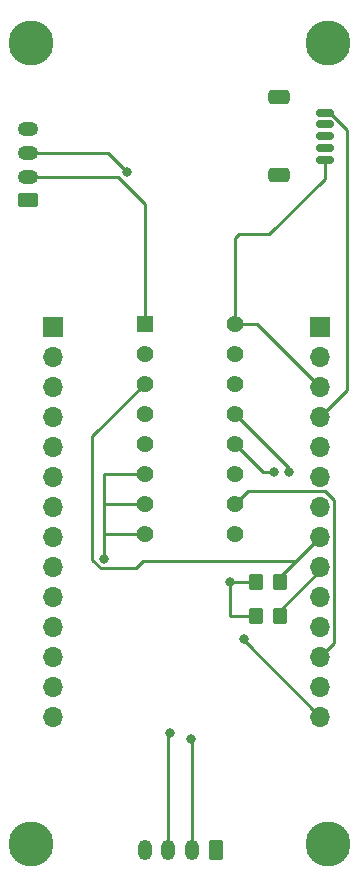
<source format=gbr>
%TF.GenerationSoftware,KiCad,Pcbnew,7.0.2-0*%
%TF.CreationDate,2023-12-19T13:36:21-05:00*%
%TF.ProjectId,Turbidity_v11,54757262-6964-4697-9479-5f7631312e6b,11*%
%TF.SameCoordinates,Original*%
%TF.FileFunction,Copper,L1,Top*%
%TF.FilePolarity,Positive*%
%FSLAX46Y46*%
G04 Gerber Fmt 4.6, Leading zero omitted, Abs format (unit mm)*
G04 Created by KiCad (PCBNEW 7.0.2-0) date 2023-12-19 13:36:21*
%MOMM*%
%LPD*%
G01*
G04 APERTURE LIST*
G04 Aperture macros list*
%AMRoundRect*
0 Rectangle with rounded corners*
0 $1 Rounding radius*
0 $2 $3 $4 $5 $6 $7 $8 $9 X,Y pos of 4 corners*
0 Add a 4 corners polygon primitive as box body*
4,1,4,$2,$3,$4,$5,$6,$7,$8,$9,$2,$3,0*
0 Add four circle primitives for the rounded corners*
1,1,$1+$1,$2,$3*
1,1,$1+$1,$4,$5*
1,1,$1+$1,$6,$7*
1,1,$1+$1,$8,$9*
0 Add four rect primitives between the rounded corners*
20,1,$1+$1,$2,$3,$4,$5,0*
20,1,$1+$1,$4,$5,$6,$7,0*
20,1,$1+$1,$6,$7,$8,$9,0*
20,1,$1+$1,$8,$9,$2,$3,0*%
G04 Aperture macros list end*
%TA.AperFunction,SMDPad,CuDef*%
%ADD10RoundRect,0.250000X0.350000X0.450000X-0.350000X0.450000X-0.350000X-0.450000X0.350000X-0.450000X0*%
%TD*%
%TA.AperFunction,ComponentPad*%
%ADD11C,3.800000*%
%TD*%
%TA.AperFunction,ComponentPad*%
%ADD12R,1.425000X1.425000*%
%TD*%
%TA.AperFunction,ComponentPad*%
%ADD13C,1.425000*%
%TD*%
%TA.AperFunction,ComponentPad*%
%ADD14R,1.700000X1.700000*%
%TD*%
%TA.AperFunction,ComponentPad*%
%ADD15O,1.700000X1.700000*%
%TD*%
%TA.AperFunction,ComponentPad*%
%ADD16RoundRect,0.250000X0.625000X-0.350000X0.625000X0.350000X-0.625000X0.350000X-0.625000X-0.350000X0*%
%TD*%
%TA.AperFunction,ComponentPad*%
%ADD17O,1.750000X1.200000*%
%TD*%
%TA.AperFunction,SMDPad,CuDef*%
%ADD18RoundRect,0.150000X-0.625000X0.150000X-0.625000X-0.150000X0.625000X-0.150000X0.625000X0.150000X0*%
%TD*%
%TA.AperFunction,SMDPad,CuDef*%
%ADD19RoundRect,0.250000X-0.650000X0.350000X-0.650000X-0.350000X0.650000X-0.350000X0.650000X0.350000X0*%
%TD*%
%TA.AperFunction,ComponentPad*%
%ADD20RoundRect,0.250000X0.350000X0.625000X-0.350000X0.625000X-0.350000X-0.625000X0.350000X-0.625000X0*%
%TD*%
%TA.AperFunction,ComponentPad*%
%ADD21O,1.200000X1.750000*%
%TD*%
%TA.AperFunction,ViaPad*%
%ADD22C,0.800000*%
%TD*%
%TA.AperFunction,Conductor*%
%ADD23C,0.250000*%
%TD*%
G04 APERTURE END LIST*
D10*
%TO.P,R1,1*%
%TO.N,/SDA*%
X156051000Y-108585000D03*
%TO.P,R1,2*%
%TO.N,/GND*%
X154051000Y-108585000D03*
%TD*%
D11*
%TO.P,REF\u002A\u002A,1*%
%TO.N,N/C*%
X135001000Y-127889000D03*
%TD*%
D12*
%TO.P,IC1,1,1*%
%TO.N,Net-(J3-Pin_2)*%
X144653000Y-83820000D03*
D13*
%TO.P,IC1,2,2*%
%TO.N,unconnected-(IC1-Pad2)*%
X144653000Y-86360000D03*
%TO.P,IC1,3,3*%
%TO.N,/SCL*%
X144653000Y-88900000D03*
%TO.P,IC1,4,4*%
%TO.N,unconnected-(IC1-Pad4)*%
X144653000Y-91440000D03*
%TO.P,IC1,5,5*%
%TO.N,Net-(J3-Pin_3)*%
X144653000Y-93980000D03*
%TO.P,IC1,6,6*%
%TO.N,/GND*%
X144653000Y-96520000D03*
%TO.P,IC1,7,7*%
X144653000Y-99060000D03*
%TO.P,IC1,8,8*%
X144653000Y-101600000D03*
%TO.P,IC1,9,9*%
%TO.N,/D6*%
X152273000Y-101600000D03*
%TO.P,IC1,10,10*%
%TO.N,/D8*%
X152273000Y-99060000D03*
%TO.P,IC1,11,11*%
%TO.N,unconnected-(IC1-Pad11)*%
X152273000Y-96520000D03*
%TO.P,IC1,12,12*%
%TO.N,Net-(J2-Pin_3)*%
X152273000Y-93980000D03*
%TO.P,IC1,13,13*%
%TO.N,/SDA*%
X152273000Y-91440000D03*
%TO.P,IC1,14,14*%
%TO.N,Net-(J2-Pin_2)*%
X152273000Y-88900000D03*
%TO.P,IC1,15,15*%
%TO.N,unconnected-(IC1-Pad15)*%
X152273000Y-86360000D03*
%TO.P,IC1,16,16*%
%TO.N,/3.3V*%
X152273000Y-83820000D03*
%TD*%
D14*
%TO.P,J4,1,Pin_1*%
%TO.N,unconnected-(J4-Pin_1-Pad1)*%
X159512000Y-84074000D03*
D15*
%TO.P,J4,2,Pin_2*%
%TO.N,unconnected-(J4-Pin_2-Pad2)*%
X159512000Y-86614000D03*
%TO.P,J4,3,Pin_3*%
%TO.N,/3.3V*%
X159512000Y-89154000D03*
%TO.P,J4,4,Pin_4*%
%TO.N,/GND*%
X159512000Y-91694000D03*
%TO.P,J4,5,Pin_5*%
%TO.N,unconnected-(J4-Pin_5-Pad5)*%
X159512000Y-94234000D03*
%TO.P,J4,6,Pin_6*%
%TO.N,unconnected-(J4-Pin_6-Pad6)*%
X159512000Y-96774000D03*
%TO.P,J4,7,Pin_7*%
%TO.N,unconnected-(J4-Pin_7-Pad7)*%
X159512000Y-99314000D03*
%TO.P,J4,8,Pin_8*%
%TO.N,/SCL*%
X159512000Y-101854000D03*
%TO.P,J4,9,Pin_9*%
%TO.N,/SDA*%
X159512000Y-104394000D03*
%TO.P,J4,10,Pin_10*%
%TO.N,unconnected-(J4-Pin_10-Pad10)*%
X159512000Y-106934000D03*
%TO.P,J4,11,Pin_11*%
%TO.N,unconnected-(J4-Pin_11-Pad11)*%
X159512000Y-109474000D03*
%TO.P,J4,12,Pin_12*%
%TO.N,/D8*%
X159512000Y-112014000D03*
%TO.P,J4,13,Pin_13*%
%TO.N,unconnected-(J4-Pin_13-Pad13)*%
X159512000Y-114554000D03*
%TO.P,J4,14,Pin_14*%
%TO.N,/D6*%
X159512000Y-117094000D03*
%TD*%
D11*
%TO.P,REF\u002A\u002A,1*%
%TO.N,N/C*%
X160147000Y-60071000D03*
%TD*%
D16*
%TO.P,J3,1,Pin_1*%
%TO.N,unconnected-(J3-Pin_1-Pad1)*%
X134710000Y-73358000D03*
D17*
%TO.P,J3,2,Pin_2*%
%TO.N,Net-(J3-Pin_2)*%
X134710000Y-71358000D03*
%TO.P,J3,3,Pin_3*%
%TO.N,Net-(J3-Pin_3)*%
X134710000Y-69358000D03*
%TO.P,J3,4,Pin_4*%
%TO.N,unconnected-(J3-Pin_4-Pad4)*%
X134710000Y-67358000D03*
%TD*%
D18*
%TO.P,J1,1,Pin_1*%
%TO.N,/GND*%
X159881800Y-65921600D03*
%TO.P,J1,2,Pin_2*%
%TO.N,unconnected-(J1-Pin_2-Pad2)*%
X159881800Y-66921600D03*
%TO.P,J1,3,Pin_3*%
%TO.N,unconnected-(J1-Pin_3-Pad3)*%
X159881800Y-67921600D03*
%TO.P,J1,4,Pin_4*%
%TO.N,unconnected-(J1-Pin_4-Pad4)*%
X159881800Y-68921600D03*
%TO.P,J1,5,Pin_5*%
%TO.N,/3.3V*%
X159881800Y-69921600D03*
D19*
%TO.P,J1,MP*%
%TO.N,N/C*%
X156006800Y-64621600D03*
X156006800Y-71221600D03*
%TD*%
D11*
%TO.P,REF\u002A\u002A,1*%
%TO.N,N/C*%
X135001000Y-60071000D03*
%TD*%
D20*
%TO.P,J2,1,Pin_1*%
%TO.N,unconnected-(J2-Pin_1-Pad1)*%
X150624800Y-128332400D03*
D21*
%TO.P,J2,2,Pin_2*%
%TO.N,Net-(J2-Pin_2)*%
X148624800Y-128332400D03*
%TO.P,J2,3,Pin_3*%
%TO.N,Net-(J2-Pin_3)*%
X146624800Y-128332400D03*
%TO.P,J2,4,Pin_4*%
%TO.N,unconnected-(J2-Pin_4-Pad4)*%
X144624800Y-128332400D03*
%TD*%
D10*
%TO.P,R2,1*%
%TO.N,/SCL*%
X156083000Y-105664000D03*
%TO.P,R2,2*%
%TO.N,/GND*%
X154083000Y-105664000D03*
%TD*%
D14*
%TO.P,J5,1,Pin_1*%
%TO.N,unconnected-(J5-Pin_1-Pad1)*%
X136906000Y-84074000D03*
D15*
%TO.P,J5,2,Pin_2*%
%TO.N,unconnected-(J5-Pin_2-Pad2)*%
X136906000Y-86614000D03*
%TO.P,J5,3,Pin_3*%
%TO.N,unconnected-(J5-Pin_3-Pad3)*%
X136906000Y-89154000D03*
%TO.P,J5,4,Pin_4*%
%TO.N,unconnected-(J5-Pin_4-Pad4)*%
X136906000Y-91694000D03*
%TO.P,J5,5,Pin_5*%
%TO.N,unconnected-(J5-Pin_5-Pad5)*%
X136906000Y-94234000D03*
%TO.P,J5,6,Pin_6*%
%TO.N,unconnected-(J5-Pin_6-Pad6)*%
X136906000Y-96774000D03*
%TO.P,J5,7,Pin_7*%
%TO.N,unconnected-(J5-Pin_7-Pad7)*%
X136906000Y-99314000D03*
%TO.P,J5,8,Pin_8*%
%TO.N,unconnected-(J5-Pin_8-Pad8)*%
X136906000Y-101854000D03*
%TO.P,J5,9,Pin_9*%
%TO.N,unconnected-(J5-Pin_9-Pad9)*%
X136906000Y-104394000D03*
%TO.P,J5,10,Pin_10*%
%TO.N,unconnected-(J5-Pin_10-Pad10)*%
X136906000Y-106934000D03*
%TO.P,J5,11,Pin_11*%
%TO.N,unconnected-(J5-Pin_11-Pad11)*%
X136906000Y-109474000D03*
%TO.P,J5,12,Pin_12*%
%TO.N,unconnected-(J5-Pin_12-Pad12)*%
X136906000Y-112014000D03*
%TO.P,J5,13,Pin_13*%
%TO.N,unconnected-(J5-Pin_13-Pad13)*%
X136906000Y-114554000D03*
%TO.P,J5,14,Pin_14*%
%TO.N,unconnected-(J5-Pin_14-Pad14)*%
X136906000Y-117094000D03*
%TD*%
D11*
%TO.P,REF\u002A\u002A,1*%
%TO.N,N/C*%
X160147000Y-127889000D03*
%TD*%
D22*
%TO.N,/GND*%
X151892000Y-105664000D03*
X141224000Y-103759000D03*
%TO.N,Net-(J2-Pin_2)*%
X148590000Y-118999000D03*
%TO.N,Net-(J2-Pin_3)*%
X155575000Y-96393000D03*
X146812000Y-118491000D03*
%TO.N,Net-(J3-Pin_3)*%
X143129000Y-70993000D03*
%TO.N,/SDA*%
X156845000Y-96393000D03*
%TO.N,/D6*%
X153035000Y-110490000D03*
%TD*%
D23*
%TO.N,/GND*%
X144653000Y-101600000D02*
X141224000Y-101600000D01*
X154083000Y-105664000D02*
X151892000Y-105664000D01*
X144653000Y-96520000D02*
X141224000Y-96520000D01*
X154051000Y-108585000D02*
X151892000Y-108585000D01*
X159881800Y-65921600D02*
X160328551Y-65921600D01*
X144653000Y-99060000D02*
X141224000Y-99060000D01*
X141224000Y-101600000D02*
X141224000Y-103759000D01*
X161798000Y-89408000D02*
X159512000Y-91694000D01*
X141224000Y-96520000D02*
X141224000Y-99060000D01*
X161798000Y-67391049D02*
X161798000Y-89408000D01*
X151892000Y-108585000D02*
X151892000Y-105664000D01*
X160328551Y-65921600D02*
X161798000Y-67391049D01*
X141224000Y-99060000D02*
X141224000Y-101600000D01*
%TO.N,/3.3V*%
X152273000Y-83820000D02*
X154178000Y-83820000D01*
X159881800Y-69921600D02*
X159881800Y-71519200D01*
X152273000Y-76581000D02*
X152273000Y-83820000D01*
X154178000Y-83820000D02*
X159512000Y-89154000D01*
X152647000Y-76207000D02*
X152273000Y-76581000D01*
X159881800Y-71519200D02*
X155194000Y-76207000D01*
X155194000Y-76207000D02*
X152647000Y-76207000D01*
%TO.N,Net-(J2-Pin_2)*%
X148624800Y-128332400D02*
X148624800Y-119033800D01*
X148624800Y-119033800D02*
X148590000Y-118999000D01*
%TO.N,Net-(J2-Pin_3)*%
X146624800Y-128332400D02*
X146624800Y-118678200D01*
X155575000Y-96393000D02*
X154686000Y-96393000D01*
X154686000Y-96393000D02*
X152273000Y-93980000D01*
X146945600Y-118624600D02*
X146812000Y-118491000D01*
X146624800Y-118678200D02*
X146812000Y-118491000D01*
%TO.N,Net-(J3-Pin_2)*%
X144653000Y-83820000D02*
X144653000Y-73660000D01*
X134710000Y-71358000D02*
X142351000Y-71358000D01*
X142351000Y-71358000D02*
X144653000Y-73660000D01*
%TO.N,Net-(J3-Pin_3)*%
X134710000Y-69358000D02*
X141494000Y-69358000D01*
X141494000Y-69358000D02*
X143129000Y-70993000D01*
%TO.N,/SCL*%
X140208000Y-93345000D02*
X140208000Y-103768305D01*
X156083000Y-105664000D02*
X156083000Y-105283000D01*
X140923695Y-104484000D02*
X143928000Y-104484000D01*
X156083000Y-105283000D02*
X159512000Y-101854000D01*
X140208000Y-103768305D02*
X140923695Y-104484000D01*
X144526000Y-103886000D02*
X157480000Y-103886000D01*
X144653000Y-88900000D02*
X140208000Y-93345000D01*
X157480000Y-103886000D02*
X159512000Y-101854000D01*
X143928000Y-104484000D02*
X144526000Y-103886000D01*
%TO.N,/SDA*%
X159512000Y-104648000D02*
X159512000Y-104394000D01*
X156051000Y-108109000D02*
X159512000Y-104648000D01*
X156051000Y-108585000D02*
X156051000Y-108109000D01*
X156845000Y-96012000D02*
X156845000Y-96393000D01*
X152273000Y-91440000D02*
X156845000Y-96012000D01*
%TO.N,/D8*%
X160687000Y-98711000D02*
X160687000Y-110839000D01*
X159925000Y-97949000D02*
X160687000Y-98711000D01*
X153384000Y-97949000D02*
X159925000Y-97949000D01*
X152273000Y-99060000D02*
X153384000Y-97949000D01*
X160687000Y-110839000D02*
X159512000Y-112014000D01*
%TO.N,/D6*%
X153035000Y-110617000D02*
X159512000Y-117094000D01*
X153035000Y-110490000D02*
X153035000Y-110617000D01*
%TD*%
M02*

</source>
